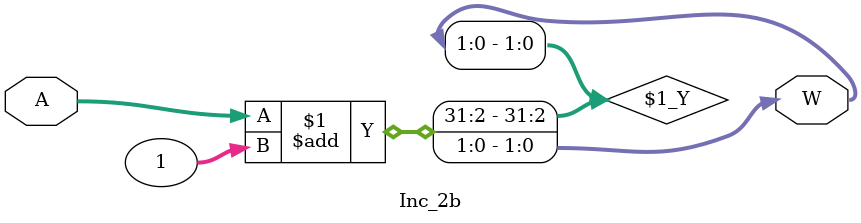
<source format=v>
module Inc_3b(input [2:0]A,output [2:0]W);
  assign W=A+1;
endmodule


module Inc_2b(input [1:0]A,output [1:0]W);
  assign W=A+1;
endmodule
</source>
